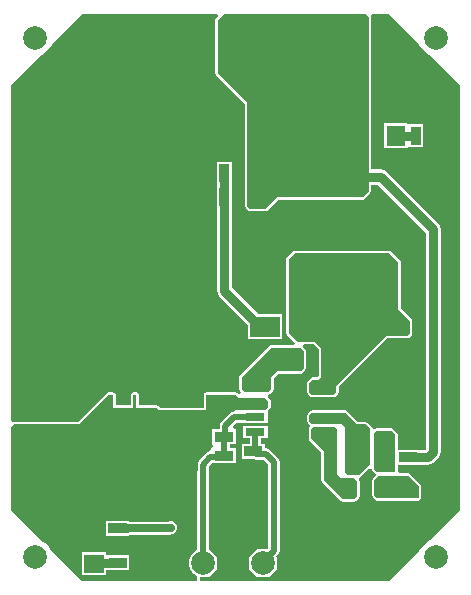
<source format=gtl>
G04*
G04 #@! TF.GenerationSoftware,Altium Limited,Altium Designer,22.7.1 (60)*
G04*
G04 Layer_Physical_Order=1*
G04 Layer_Color=255*
%FSLAX44Y44*%
%MOMM*%
G71*
G04*
G04 #@! TF.SameCoordinates,B907E7F6-3D8B-4148-802C-DA242210B7AD*
G04*
G04*
G04 #@! TF.FilePolarity,Positive*
G04*
G01*
G75*
%ADD12R,0.9000X1.6000*%
%ADD13R,1.5000X1.6600*%
%ADD14R,1.6600X1.5000*%
%ADD15R,1.6000X0.9000*%
%ADD16R,4.0000X3.2000*%
%ADD17O,2.0000X1.0000*%
%ADD18R,2.5000X1.7000*%
%ADD19R,1.6500X0.6500*%
%ADD20R,1.3000X0.7000*%
%ADD32C,0.8000*%
%ADD33C,0.5000*%
%ADD34C,0.6500*%
%ADD35C,2.0000*%
%ADD36C,2.3000*%
%ADD37C,0.7000*%
G36*
X312500Y487500D02*
Y340000D01*
X307500Y335000D01*
X235000D01*
X225000Y325000D01*
X212500D01*
X210000Y327500D01*
Y415000D01*
X185000Y440000D01*
Y485000D01*
X190000Y490000D01*
X310000Y490000D01*
X312500Y487500D01*
D02*
G37*
G36*
X257500Y205000D02*
Y190000D01*
X255000Y187500D01*
X235000D01*
X230000Y182500D01*
Y172500D01*
X227500Y170000D01*
X207500D01*
X205000Y172500D01*
Y182500D01*
X230000Y207500D01*
X255000D01*
X257500Y205000D01*
D02*
G37*
G36*
X330000Y287500D02*
X337500Y280000D01*
Y240000D01*
X347500Y230000D01*
Y220000D01*
X345000Y217500D01*
X327500D01*
X285000Y175000D01*
Y170000D01*
X282500Y167500D01*
X265000D01*
X262500Y170000D01*
Y177500D01*
X265000Y180000D01*
X270000D01*
X272500Y182500D01*
Y207500D01*
X267500Y212500D01*
X252500D01*
X245000Y220000D01*
Y282500D01*
X250000Y287500D01*
X330000Y287500D01*
D02*
G37*
G36*
X202500Y165000D02*
X225000D01*
X227500Y162500D01*
Y157500D01*
X225000Y155000D01*
X199709D01*
X198614Y153231D01*
X196894Y152889D01*
X195406Y151894D01*
X187827Y144315D01*
X186832Y142827D01*
X186483Y141071D01*
Y138500D01*
X180250D01*
Y125500D01*
X180250D01*
X180819Y124479D01*
X177380Y118923D01*
X176816Y118811D01*
X175327Y117816D01*
X169056Y111544D01*
X168061Y110056D01*
X167712Y108300D01*
Y103302D01*
X167500Y102960D01*
Y36085D01*
X164932Y34602D01*
X162698Y32368D01*
X161118Y29632D01*
X160300Y26580D01*
Y23420D01*
X161118Y20368D01*
X162698Y17632D01*
X164932Y15398D01*
X167500Y13915D01*
Y10000D01*
X70000Y10000D01*
X42841Y37159D01*
X41763Y39026D01*
X39026Y41763D01*
X37159Y42841D01*
X10000Y70000D01*
Y140000D01*
X12500Y142500D01*
X67500D01*
X92500Y167500D01*
X95230D01*
X96500Y167500D01*
X96500Y166230D01*
Y156500D01*
X113500D01*
X113500Y167452D01*
X114750Y167499D01*
X116000Y167452D01*
X116000Y166230D01*
Y156500D01*
X132730D01*
X133000Y156500D01*
X134000Y155848D01*
Y154500D01*
X153730D01*
X154000Y154500D01*
X155000D01*
X155270Y154500D01*
X175000D01*
X175000Y167500D01*
X176270Y167500D01*
X200000D01*
X202500Y165000D01*
D02*
G37*
G36*
X355300Y464700D02*
Y463911D01*
X363911Y455300D01*
X364700D01*
X390000Y430000D01*
Y70000D01*
X364700Y44700D01*
X363911D01*
X355300Y36089D01*
Y35300D01*
X330000Y10000D01*
X169665D01*
X169665Y10000D01*
Y13000D01*
X177271D01*
X184300Y20029D01*
Y29971D01*
X177271Y37000D01*
X177171D01*
Y106283D01*
X180388Y109500D01*
X200250D01*
Y122500D01*
X195121D01*
Y125500D01*
X200250D01*
Y138500D01*
X198217D01*
X197388Y140500D01*
X200667Y143779D01*
X206500D01*
Y143400D01*
X227000D01*
Y153900D01*
X227000Y153900D01*
X227000D01*
X228320Y155258D01*
X229031Y155969D01*
X229665Y157500D01*
Y162500D01*
X229031Y164031D01*
X227226Y165835D01*
X227402Y167119D01*
X228173Y168114D01*
X229031Y168469D01*
X231531Y170969D01*
X232165Y172500D01*
Y181603D01*
X235897Y185335D01*
X255000D01*
X256531Y185969D01*
X259031Y188469D01*
X259665Y190000D01*
Y205000D01*
X259031Y206531D01*
X257226Y208335D01*
X258055Y210335D01*
X266603D01*
X270335Y206603D01*
Y183397D01*
X269103Y182165D01*
X265000D01*
X263469Y181531D01*
X260969Y179031D01*
X260335Y177500D01*
Y170000D01*
X260969Y168469D01*
X263469Y165969D01*
X265000Y165335D01*
X282500D01*
X284031Y165969D01*
X286531Y168469D01*
X287165Y170000D01*
Y174103D01*
X328397Y215335D01*
X345000D01*
X346531Y215969D01*
X349031Y218469D01*
X349665Y220000D01*
Y230000D01*
X349031Y231531D01*
X339665Y240897D01*
Y280000D01*
X339031Y281531D01*
X331531Y289031D01*
X330000Y289665D01*
X250000Y289665D01*
X248469Y289031D01*
X243469Y284031D01*
X242835Y282500D01*
Y220000D01*
X243469Y218469D01*
X250274Y211665D01*
X249445Y209665D01*
X230000D01*
X228469Y209031D01*
X203469Y184031D01*
X202835Y182500D01*
Y172500D01*
X203469Y170969D01*
X204212Y170227D01*
X203515Y168095D01*
X202607Y167954D01*
X201531Y169031D01*
X200000Y169665D01*
X176270D01*
X176270Y169665D01*
X176270Y169665D01*
X175000Y169665D01*
X174212Y169338D01*
X173469Y169031D01*
X173469Y169031D01*
X173469Y169031D01*
X173162Y168288D01*
X172835Y167500D01*
X172835Y156665D01*
X155270D01*
X155270Y156665D01*
X155270Y156665D01*
X155000Y156665D01*
X154000D01*
X153730Y156665D01*
X153730Y156665D01*
X153730Y156665D01*
X135865D01*
X135768Y156806D01*
X135531Y157379D01*
X135314Y157469D01*
X135182Y157662D01*
X134182Y158314D01*
X133573Y158427D01*
X133000Y158665D01*
X132730Y158665D01*
X132730Y158665D01*
X132730Y158665D01*
X118165D01*
Y166230D01*
X118165Y167452D01*
X117862Y168183D01*
X117588Y168923D01*
X117548Y168942D01*
X117531Y168983D01*
X116800Y169285D01*
X116082Y169615D01*
X114832Y169662D01*
X114750Y169632D01*
X114668Y169662D01*
X113418Y169615D01*
X112699Y169285D01*
X111969Y168983D01*
X111952Y168942D01*
X111912Y168923D01*
X111638Y168182D01*
X111335Y167452D01*
X111335Y158665D01*
X98665D01*
Y166230D01*
X98665Y167500D01*
X98349Y168261D01*
X98031Y169030D01*
X98031Y169031D01*
X98031Y169031D01*
X97262Y169349D01*
X96500Y169665D01*
X95230Y169665D01*
X95230Y169665D01*
X95230Y169665D01*
X92500D01*
X90969Y169031D01*
X66603Y144665D01*
X12500D01*
X12000Y144458D01*
X10000Y145675D01*
Y430000D01*
X35300Y455300D01*
X36089D01*
X44700Y463911D01*
Y464700D01*
X70000Y490000D01*
X184325D01*
X185091Y488152D01*
X183469Y486531D01*
X182835Y485000D01*
Y440000D01*
X183469Y438469D01*
X207835Y414103D01*
Y327500D01*
X208469Y325969D01*
X210969Y323469D01*
X212500Y322835D01*
X225000D01*
X226531Y323469D01*
X235897Y332835D01*
X307500D01*
X309031Y333469D01*
X314031Y338469D01*
X314665Y340000D01*
Y345506D01*
X320310D01*
X361006Y304810D01*
Y121876D01*
X360124Y120994D01*
X356000D01*
Y121000D01*
X337165D01*
Y134000D01*
X336531Y135531D01*
X333531Y138531D01*
X332000Y139165D01*
X319000D01*
X318052Y138772D01*
X317258Y138658D01*
X315716Y139582D01*
X315531Y140031D01*
X311531Y144031D01*
X310000Y144665D01*
X303397D01*
X294031Y154031D01*
X292500Y154665D01*
X265000D01*
X263469Y154031D01*
X263339Y153900D01*
X263000D01*
Y153561D01*
X260969Y151531D01*
X260335Y150000D01*
Y145000D01*
X260969Y143469D01*
X261740Y142699D01*
X263000Y141200D01*
X262342Y139473D01*
X261835Y138250D01*
Y131000D01*
X262469Y129469D01*
X272585Y119353D01*
Y95250D01*
X273219Y93719D01*
X289469Y77469D01*
X291000Y76835D01*
X300000D01*
X301531Y77469D01*
X304531Y80469D01*
X305165Y82000D01*
Y94000D01*
X304531Y95531D01*
X304226Y95835D01*
X305000Y97835D01*
X306531Y98469D01*
X312987Y104926D01*
X315144Y104254D01*
X315469Y103469D01*
X318469Y100469D01*
X318708Y99269D01*
X315969Y96531D01*
X315335Y95000D01*
X315335Y82498D01*
X315969Y80967D01*
X318467Y78469D01*
X319998Y77835D01*
X354000Y77835D01*
X355531Y78469D01*
X356531Y79469D01*
X357165Y81000D01*
Y90000D01*
X356531Y91531D01*
X347531Y100531D01*
X346000Y101165D01*
X338569D01*
X337165Y103000D01*
Y108000D01*
X356000D01*
Y108006D01*
X362814D01*
X367406Y109908D01*
X372092Y114594D01*
X373994Y119186D01*
Y307500D01*
X372092Y312092D01*
X327592Y356592D01*
X323000Y358494D01*
X314665D01*
Y487500D01*
X314458Y488000D01*
X315185Y489524D01*
X315675Y490000D01*
X330000D01*
X355300Y464700D01*
D02*
G37*
G36*
X335000Y134000D02*
Y104000D01*
Y103000D01*
X334000Y102000D01*
X320000D01*
X317000Y105000D01*
X317000Y133000D01*
Y135000D01*
X319000Y137000D01*
X332000D01*
X335000Y134000D01*
D02*
G37*
G36*
X302500Y142500D02*
X310000D01*
X314000Y138500D01*
Y109000D01*
X305000Y100000D01*
X295000D01*
X292500Y102500D01*
Y140000D01*
X290000Y142500D01*
X265000D01*
X262500Y145000D01*
Y150000D01*
X265000Y152500D01*
X292500D01*
X302500Y142500D01*
D02*
G37*
G36*
X355000Y90000D02*
Y81000D01*
X354000Y80000D01*
X319998Y80000D01*
X317500Y82498D01*
X317500Y95000D01*
X321500Y99000D01*
X346000D01*
X355000Y90000D01*
D02*
G37*
G36*
X286000Y138000D02*
Y100000D01*
X289000Y97000D01*
X300000D01*
X303000Y94000D01*
Y82000D01*
X300000Y79000D01*
X291000D01*
X274750Y95250D01*
Y120250D01*
X264000Y131000D01*
Y138250D01*
X265750Y140000D01*
X284000Y140000D01*
X286000Y138000D01*
D02*
G37*
%LPC*%
G36*
X110000Y61000D02*
X90000D01*
Y48000D01*
X110000D01*
Y49147D01*
X144365D01*
X146413Y49555D01*
X146719Y49759D01*
X148116Y50337D01*
X149663Y51884D01*
X150500Y53906D01*
Y56094D01*
X149663Y58116D01*
X148116Y59663D01*
X146094Y60500D01*
X143906D01*
X142344Y59853D01*
X110000D01*
Y61000D01*
D02*
G37*
G36*
X90300Y34000D02*
X69700D01*
Y15000D01*
X90300D01*
Y18882D01*
X99500D01*
X100091Y19000D01*
X110000D01*
Y32000D01*
X90300D01*
Y34000D01*
D02*
G37*
%LPD*%
G36*
X108469Y58322D02*
X110000Y57688D01*
X142344D01*
X142741Y57853D01*
X143172D01*
X144337Y58335D01*
X145663D01*
X146889Y57827D01*
X147827Y56889D01*
X148335Y55663D01*
Y54337D01*
X147827Y53111D01*
X146889Y52173D01*
X145890Y51759D01*
X145764Y51633D01*
X144151Y51312D01*
X110000D01*
X108469Y50678D01*
X108257Y50165D01*
X92165D01*
Y58835D01*
X108257D01*
X108469Y58322D01*
D02*
G37*
%LPC*%
G36*
X345000Y397300D02*
Y397300D01*
X344124Y397300D01*
X326000D01*
Y376700D01*
X344124D01*
X345000Y376700D01*
Y376700D01*
X346000Y377000D01*
X346000Y377000D01*
X359000D01*
Y397000D01*
X346000D01*
Y397000D01*
X345000Y397300D01*
D02*
G37*
G36*
X197000Y365000D02*
X184000D01*
Y347000D01*
X184000Y345000D01*
X184000D01*
Y345000D01*
X184000Y345000D01*
Y325000D01*
X184006D01*
Y255500D01*
X185908Y250908D01*
X210500Y226316D01*
Y214500D01*
X239500D01*
Y235500D01*
X219684D01*
X196994Y258190D01*
Y325000D01*
X197000D01*
Y343000D01*
X197000Y345000D01*
X197000D01*
Y345000D01*
X197000Y345000D01*
Y365000D01*
D02*
G37*
G36*
X227000Y141200D02*
X206500D01*
Y130700D01*
X211879D01*
Y126000D01*
X205000D01*
Y113000D01*
X216105D01*
X217000Y112629D01*
X223482D01*
X227429Y108682D01*
Y37446D01*
X226983Y37000D01*
X218129D01*
X211100Y29971D01*
Y20029D01*
X218129Y13000D01*
X228071D01*
X235100Y20029D01*
Y29971D01*
X234415Y30656D01*
X235744Y31985D01*
X237171Y35429D01*
Y110700D01*
X235744Y114144D01*
X228944Y120944D01*
X225500Y122371D01*
X225000D01*
Y126000D01*
X221621D01*
Y130700D01*
X227000D01*
Y141200D01*
D02*
G37*
%LPD*%
D12*
X381500Y387000D02*
D03*
X352500D02*
D03*
X190500Y335000D02*
D03*
X219500D02*
D03*
X190500Y355000D02*
D03*
X219500D02*
D03*
X191000Y375000D02*
D03*
X220000D02*
D03*
X191000Y395000D02*
D03*
X220000D02*
D03*
X252000Y112500D02*
D03*
X281000D02*
D03*
X329500Y111000D02*
D03*
X300500D02*
D03*
X296000Y88750D02*
D03*
X325000D02*
D03*
X250500Y198000D02*
D03*
X279500D02*
D03*
D13*
X335500Y387000D02*
D03*
X304500D02*
D03*
D14*
X80000Y55500D02*
D03*
Y24500D02*
D03*
D15*
X100000Y54500D02*
D03*
Y25500D02*
D03*
X190250Y132000D02*
D03*
Y161000D02*
D03*
X305000Y159500D02*
D03*
Y130500D02*
D03*
X325000Y159500D02*
D03*
Y130500D02*
D03*
X346000Y85500D02*
D03*
Y114500D02*
D03*
X215000Y90500D02*
D03*
Y119500D02*
D03*
X190250Y87000D02*
D03*
Y116000D02*
D03*
X165000Y161000D02*
D03*
Y132000D02*
D03*
X144000Y161000D02*
D03*
Y132000D02*
D03*
D16*
X285000Y352000D02*
D03*
Y268000D02*
D03*
D17*
X332000Y225000D02*
D03*
D18*
X225000D02*
D03*
X265000D02*
D03*
D19*
X216750Y135950D02*
D03*
Y148650D02*
D03*
Y161350D02*
D03*
Y174050D02*
D03*
X273250Y135950D02*
D03*
Y148650D02*
D03*
Y161350D02*
D03*
Y174050D02*
D03*
D20*
X124500Y143000D02*
D03*
Y162000D02*
D03*
X105000Y143000D02*
D03*
Y162000D02*
D03*
D32*
X335500Y387000D02*
X352500D01*
X80000Y24500D02*
X80500Y25000D01*
X99500D02*
X100000Y25500D01*
X80500Y25000D02*
X99500D01*
X367500Y119186D02*
Y307500D01*
X323000Y352000D02*
X367500Y307500D01*
X346000Y114500D02*
X362814D01*
X367500Y119186D01*
X285000Y352000D02*
X323000D01*
X221000Y225000D02*
X225000D01*
X190500Y255500D02*
Y335000D01*
Y255500D02*
X221000Y225000D01*
X190500Y335000D02*
Y355000D01*
D33*
X223100Y25000D02*
Y26229D01*
X232300Y35429D01*
Y110700D01*
X172300Y108300D02*
X178572Y114572D01*
X172300Y25000D02*
Y108300D01*
X178572Y114572D02*
X188822D01*
X190250Y116000D01*
X215000Y119500D02*
X217000Y117500D01*
X225500D01*
X232300Y110700D01*
X216750Y121250D02*
Y135950D01*
X190250Y116000D02*
Y132000D01*
X191071Y132821D02*
Y141071D01*
X198650Y148650D02*
X216750D01*
X190250Y132000D02*
X191071Y132821D01*
Y141071D02*
X198650Y148650D01*
D34*
X144865Y55000D02*
X145000D01*
X100000Y54500D02*
X144365D01*
X144865Y55000D01*
D35*
X197700Y25000D02*
D03*
X172300D02*
D03*
X370000Y470000D02*
D03*
Y30000D02*
D03*
X30000D02*
D03*
Y470000D02*
D03*
X223100Y25000D02*
D03*
X248500D02*
D03*
D36*
X50000Y160000D02*
D03*
Y110000D02*
D03*
X200000Y451000D02*
D03*
X150000D02*
D03*
D37*
X145000Y55000D02*
D03*
X120000Y70106D02*
D03*
X110000Y100000D02*
D03*
Y80000D02*
D03*
X130000D02*
D03*
Y100000D02*
D03*
X120000Y90105D02*
D03*
X140000Y70000D02*
D03*
X150000Y80000D02*
D03*
X140000Y90000D02*
D03*
X150000Y100000D02*
D03*
X250000Y420000D02*
D03*
X270000D02*
D03*
X290000D02*
D03*
X280000Y410000D02*
D03*
X260000Y410106D02*
D03*
Y390106D02*
D03*
X280000Y390000D02*
D03*
X290000Y400000D02*
D03*
X270000D02*
D03*
X250000D02*
D03*
Y440000D02*
D03*
X270000D02*
D03*
X290000D02*
D03*
X280000Y430000D02*
D03*
X260000Y430106D02*
D03*
Y450106D02*
D03*
X280000Y450000D02*
D03*
X290000Y460000D02*
D03*
X270000D02*
D03*
X250000D02*
D03*
M02*

</source>
